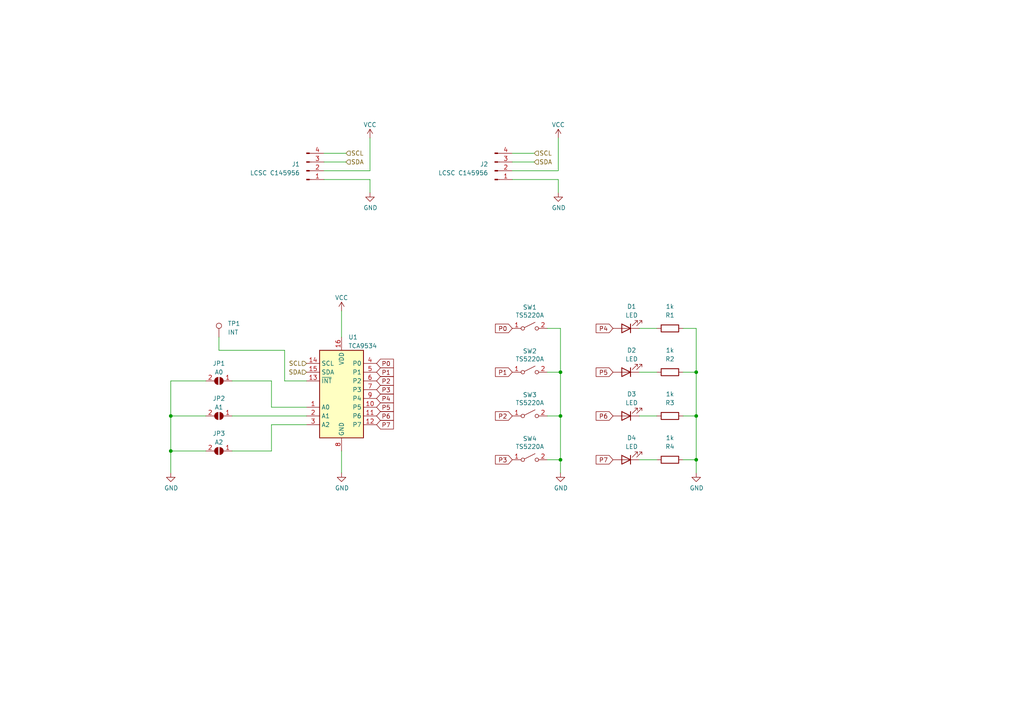
<source format=kicad_sch>
(kicad_sch (version 20230121) (generator eeschema)
  (paper "A4")
  (title_block (title "I/O Expander (Qwiic/StemmaQT compatible)") (date "2023-06-23") (rev "1.0") (comment 1 "CC-BY-SA"))
  (lib_symbols
    (symbol "Connector:Conn_01x04_Male" (pin_names (offset 1.016) hide)
      (property "Reference" "J" (at 0 5.08 0))
      (property "Value" "Conn_01x04_Male" (at 0 -7.62 0))
      (symbol "Conn_01x04_Male_1_1"
        (polyline (pts (xy 1.27 -5.08) (xy 0.8636 -5.08)) (stroke (width 0.1524)))
        (polyline (pts (xy 1.27 -2.54) (xy 0.8636 -2.54)) (stroke (width 0.1524)))
        (polyline (pts (xy 1.27 0) (xy 0.8636 0)) (stroke (width 0.1524)))
        (polyline (pts (xy 1.27 2.54) (xy 0.8636 2.54)) (stroke (width 0.1524)))
        (rectangle (start 0.8636 -4.953) (end 0 -5.207) (stroke (width 0.1524)) (fill (type outline)))
        (rectangle (start 0.8636 -2.413) (end 0 -2.667) (stroke (width 0.1524)) (fill (type outline)))
        (rectangle (start 0.8636 0.127) (end 0 -0.127) (stroke (width 0.1524)) (fill (type outline)))
        (rectangle (start 0.8636 2.667) (end 0 2.413) (stroke (width 0.1524)) (fill (type outline)))
        (pin passive line (at 5.08 2.54 180) (length 3.81) (name "Pin_1") (number "1"))
        (pin passive line (at 5.08 0 180) (length 3.81) (name "Pin_2") (number "2"))
        (pin passive line (at 5.08 -2.54 180) (length 3.81) (name "Pin_3") (number "3"))
        (pin passive line (at 5.08 -5.08 180) (length 3.81) (name "Pin_4") (number "4"))
      )
    )
    (symbol "Connector:TestPoint" (pin_numbers hide) (pin_names (offset 0.762) hide)
      (property "Reference" "TP" (at 0 6.858 0))
      (property "Value" "TestPoint" (at 0 5.08 0))
      (symbol "TestPoint_0_1"
        (circle (center 0 3.302) (radius 0.762))
      )
      (symbol "TestPoint_1_1"
        (pin passive line (at 0 0 90) (length 2.54) (name "1") (number "1"))
      )
    )
    (symbol "Device:LED" (pin_numbers hide) (pin_names (offset 1.016) hide)
      (property "Reference" "D" (at 0 2.54 0))
      (property "Value" "LED" (at 0 -2.54 0))
      (symbol "LED_0_1"
        (polyline (pts (xy -1.27 -1.27) (xy -1.27 1.27)) (stroke (width 0.254)))
        (polyline (pts (xy -1.27 0) (xy 1.27 0)))
        (polyline (pts (xy 1.27 -1.27) (xy 1.27 1.27) (xy -1.27 0) (xy 1.27 -1.27)) (stroke (width 0.254)))
        (polyline (pts (xy -3.048 -0.762) (xy -4.572 -2.286) (xy -3.81 -2.286) (xy -4.572 -2.286) (xy -4.572 -1.524)))
        (polyline (pts (xy -1.778 -0.762) (xy -3.302 -2.286) (xy -2.54 -2.286) (xy -3.302 -2.286) (xy -3.302 -1.524)))
      )
      (symbol "LED_1_1"
        (pin passive line (at -3.81 0 0) (length 2.54) (name "K") (number "1"))
        (pin passive line (at 3.81 0 180) (length 2.54) (name "A") (number "2"))
      )
    )
    (symbol "Device:R" (pin_numbers hide) (pin_names (offset 0))
      (property "Reference" "R" (at 2.032 0 90))
      (property "Value" "R" (at 0 0 90))
      (symbol "R_0_1"
        (rectangle (start -1.016 -2.54) (end 1.016 2.54) (stroke (width 0.254)))
      )
      (symbol "R_1_1"
        (pin passive line (at 0 3.81 270) (length 1.27) (name "~") (number "1"))
        (pin passive line (at 0 -3.81 90) (length 1.27) (name "~") (number "2"))
      )
    )
    (symbol "Interface_Expansion:TCA9534"
      (property "Reference" "U" (at -6.35 12.7 0))
      (property "Value" "TCA9534" (at 2.54 12.7 0))
      (symbol "TCA9534_0_1"
        (rectangle (start -6.35 -13.97) (end 6.35 11.43) (stroke (width 0.254)) (fill (type background)))
      )
      (symbol "TCA9534_1_1"
        (pin input line (at -10.16 -5.08 0) (length 3.81) (name "A0") (number "1"))
        (pin bidirectional line (at 10.16 -5.08 180) (length 3.81) (name "P5") (number "10"))
        (pin bidirectional line (at 10.16 -7.62 180) (length 3.81) (name "P6") (number "11"))
        (pin bidirectional line (at 10.16 -10.16 180) (length 3.81) (name "P7") (number "12"))
        (pin open_collector line (at -10.16 2.54 0) (length 3.81) (name "~{INT}") (number "13"))
        (pin input line (at -10.16 7.62 0) (length 3.81) (name "SCL") (number "14"))
        (pin bidirectional line (at -10.16 5.08 0) (length 3.81) (name "SDA") (number "15"))
        (pin power_in line (at 0 15.24 270) (length 3.81) (name "VDD") (number "16"))
        (pin input line (at -10.16 -7.62 0) (length 3.81) (name "A1") (number "2"))
        (pin input line (at -10.16 -10.16 0) (length 3.81) (name "A2") (number "3"))
        (pin bidirectional line (at 10.16 7.62 180) (length 3.81) (name "P0") (number "4"))
        (pin bidirectional line (at 10.16 5.08 180) (length 3.81) (name "P1") (number "5"))
        (pin bidirectional line (at 10.16 2.54 180) (length 3.81) (name "P2") (number "6"))
        (pin bidirectional line (at 10.16 0 180) (length 3.81) (name "P3") (number "7"))
        (pin power_in line (at 0 -17.78 90) (length 3.81) (name "GND") (number "8"))
        (pin bidirectional line (at 10.16 -2.54 180) (length 3.81) (name "P4") (number "9"))
      )
    )
    (symbol "Jumper:SolderJumper_2_Open" (pin_names (offset 0) hide)
      (property "Reference" "JP" (at 0 2.032 0))
      (property "Value" "SolderJumper_2_Open" (at 0 -2.54 0))
      (symbol "SolderJumper_2_Open_0_1"
        (arc (start -0.254 1.016) (mid -1.2656 0) (end -0.254 -1.016))
        (arc (start -0.254 1.016) (mid -1.2656 0) (end -0.254 -1.016) (fill (type outline)))
        (polyline (pts (xy -0.254 1.016) (xy -0.254 -1.016)))
        (polyline (pts (xy 0.254 1.016) (xy 0.254 -1.016)))
        (arc (start 0.254 -1.016) (mid 1.2656 0) (end 0.254 1.016))
        (arc (start 0.254 -1.016) (mid 1.2656 0) (end 0.254 1.016) (fill (type outline)))
      )
      (symbol "SolderJumper_2_Open_1_1"
        (pin passive line (at -3.81 0 0) (length 2.54) (name "A") (number "1"))
        (pin passive line (at 3.81 0 180) (length 2.54) (name "B") (number "2"))
      )
    )
    (symbol "Switch:SW_SPST" (pin_names (offset 0) hide)
      (property "Reference" "SW" (at 0 3.175 0))
      (property "Value" "SW_SPST" (at 0 -2.54 0))
      (symbol "SW_SPST_0_0"
        (circle (center -2.032 0) (radius 0.508))
        (polyline (pts (xy -1.524 0.254) (xy 1.524 1.778)))
        (circle (center 2.032 0) (radius 0.508))
      )
      (symbol "SW_SPST_1_1"
        (pin passive line (at -5.08 0 0) (length 2.54) (name "A") (number "1"))
        (pin passive line (at 5.08 0 180) (length 2.54) (name "B") (number "2"))
      )
    )
    (symbol "power:GND" (power) (pin_names (offset 0))
      (property "Value" "GND" (at 0 -3.81 0))
      (symbol "GND_0_1"
        (polyline (pts (xy 0 0) (xy 0 -1.27) (xy 1.27 -1.27) (xy 0 -2.54) (xy -1.27 -1.27) (xy 0 -1.27)))
      )
      (symbol "GND_1_1"
        (pin power_in line (at 0 0 270) (length 0) hide (name "GND") (number "1"))
      )
    )
    (symbol "power:VCC" (power) (pin_names (offset 0))
      (property "Value" "VCC" (at 0 3.81 0))
      (symbol "VCC_0_1"
        (polyline (pts (xy -0.762 1.27) (xy 0 2.54)))
        (polyline (pts (xy 0 0) (xy 0 2.54)))
        (polyline (pts (xy 0 2.54) (xy 0.762 1.27)))
      )
      (symbol "VCC_1_1"
        (pin power_in line (at 0 0 90) (length 0) hide (name "VCC") (number "1"))
      )
    )
  )
  (junction (at 201.93 120.65))
  (junction (at 49.53 130.81))
  (junction (at 162.56 107.95))
  (junction (at 162.56 120.65))
  (junction (at 201.93 107.95))
  (junction (at 201.93 133.35))
  (junction (at 49.53 120.65))
  (junction (at 162.56 133.35))
  (wire (pts (xy 185.42 120.65) (xy 190.5 120.65)))
  (wire (pts (xy 99.06 90.17) (xy 99.06 97.79)))
  (wire (pts (xy 78.74 123.19) (xy 78.74 130.81)))
  (wire (pts (xy 49.53 110.49) (xy 49.53 120.65)))
  (wire (pts (xy 107.315 52.07) (xy 107.315 55.88)))
  (wire (pts (xy 201.93 107.95) (xy 201.93 95.25)))
  (wire (pts (xy 148.59 49.53) (xy 161.925 49.53)))
  (wire (pts (xy 161.925 52.07) (xy 161.925 55.88)))
  (wire (pts (xy 162.56 95.25) (xy 162.56 107.95)))
  (wire (pts (xy 201.93 95.25) (xy 198.12 95.25)))
  (wire (pts (xy 198.12 133.35) (xy 201.93 133.35)))
  (wire (pts (xy 49.53 130.81) (xy 49.53 137.16)))
  (wire (pts (xy 198.12 107.95) (xy 201.93 107.95)))
  (wire (pts (xy 99.06 130.81) (xy 99.06 137.16)))
  (wire (pts (xy 201.93 137.16) (xy 201.93 133.35)))
  (wire (pts (xy 162.56 107.95) (xy 162.56 120.65)))
  (wire (pts (xy 49.53 120.65) (xy 59.69 120.65)))
  (wire (pts (xy 185.42 133.35) (xy 190.5 133.35)))
  (wire (pts (xy 162.56 120.65) (xy 162.56 133.35)))
  (wire (pts (xy 185.42 107.95) (xy 190.5 107.95)))
  (wire (pts (xy 82.55 101.6) (xy 63.5 101.6)))
  (wire (pts (xy 201.93 133.35) (xy 201.93 120.65)))
  (wire (pts (xy 59.69 110.49) (xy 49.53 110.49)))
  (wire (pts (xy 63.5 101.6) (xy 63.5 97.79)))
  (wire (pts (xy 78.74 130.81) (xy 67.31 130.81)))
  (wire (pts (xy 148.59 44.45) (xy 154.94 44.45)))
  (wire (pts (xy 148.59 46.99) (xy 154.94 46.99)))
  (wire (pts (xy 93.98 52.07) (xy 107.315 52.07)))
  (wire (pts (xy 158.75 107.95) (xy 162.56 107.95)))
  (wire (pts (xy 49.53 120.65) (xy 49.53 130.81)))
  (wire (pts (xy 198.12 120.65) (xy 201.93 120.65)))
  (wire (pts (xy 201.93 120.65) (xy 201.93 107.95)))
  (wire (pts (xy 78.74 118.11) (xy 78.74 110.49)))
  (wire (pts (xy 67.31 120.65) (xy 88.9 120.65)))
  (wire (pts (xy 162.56 133.35) (xy 162.56 137.16)))
  (wire (pts (xy 82.55 110.49) (xy 82.55 101.6)))
  (wire (pts (xy 161.925 40.005) (xy 161.925 49.53)))
  (wire (pts (xy 158.75 133.35) (xy 162.56 133.35)))
  (wire (pts (xy 93.98 49.53) (xy 107.315 49.53)))
  (wire (pts (xy 158.75 95.25) (xy 162.56 95.25)))
  (wire (pts (xy 78.74 110.49) (xy 67.31 110.49)))
  (wire (pts (xy 93.98 44.45) (xy 100.33 44.45)))
  (wire (pts (xy 88.9 110.49) (xy 82.55 110.49)))
  (wire (pts (xy 148.59 52.07) (xy 161.925 52.07)))
  (wire (pts (xy 107.315 40.005) (xy 107.315 49.53)))
  (wire (pts (xy 88.9 123.19) (xy 78.74 123.19)))
  (wire (pts (xy 49.53 130.81) (xy 59.69 130.81)))
  (wire (pts (xy 93.98 46.99) (xy 100.33 46.99)))
  (wire (pts (xy 185.42 95.25) (xy 190.5 95.25)))
  (wire (pts (xy 158.75 120.65) (xy 162.56 120.65)))
  (wire (pts (xy 88.9 118.11) (xy 78.74 118.11)))
  (global_label "P0" (shape input) (at 148.59 95.25 180) (property "Intersheetrefs" "${INTERSHEET_REFS}" (effects hide)))
  (global_label "P2" (shape input) (at 148.59 120.65 180) (property "Intersheetrefs" "${INTERSHEET_REFS}" (effects hide)))
  (global_label "P3" (shape input) (at 109.22 113.03 0) (property "Intersheetrefs" "${INTERSHEET_REFS}" (effects hide)))
  (global_label "P4" (shape input) (at 109.22 115.57 0) (property "Intersheetrefs" "${INTERSHEET_REFS}" (effects hide)))
  (global_label "P7" (shape input) (at 177.8 133.35 180) (property "Intersheetrefs" "${INTERSHEET_REFS}" (effects hide)))
  (global_label "P0" (shape input) (at 109.22 105.41 0) (property "Intersheetrefs" "${INTERSHEET_REFS}" (effects hide)))
  (global_label "P4" (shape input) (at 177.8 95.25 180) (property "Intersheetrefs" "${INTERSHEET_REFS}" (effects hide)))
  (global_label "P6" (shape input) (at 177.8 120.65 180) (property "Intersheetrefs" "${INTERSHEET_REFS}" (effects hide)))
  (global_label "P5" (shape input) (at 177.8 107.95 180) (property "Intersheetrefs" "${INTERSHEET_REFS}" (effects hide)))
  (global_label "P6" (shape input) (at 109.22 120.65 0) (property "Intersheetrefs" "${INTERSHEET_REFS}" (effects hide)))
  (global_label "P2" (shape input) (at 109.22 110.49 0) (property "Intersheetrefs" "${INTERSHEET_REFS}" (effects hide)))
  (global_label "P3" (shape input) (at 148.59 133.35 180) (property "Intersheetrefs" "${INTERSHEET_REFS}" (effects hide)))
  (global_label "P7" (shape input) (at 109.22 123.19 0) (property "Intersheetrefs" "${INTERSHEET_REFS}" (effects hide)))
  (global_label "P1" (shape input) (at 148.59 107.95 180) (property "Intersheetrefs" "${INTERSHEET_REFS}" (effects hide)))
  (global_label "P1" (shape input) (at 109.22 107.95 0) (property "Intersheetrefs" "${INTERSHEET_REFS}" (effects hide)))
  (global_label "P5" (shape input) (at 109.22 118.11 0) (property "Intersheetrefs" "${INTERSHEET_REFS}" (effects hide)))
  (hierarchical_label "SCL" (shape input) (at 154.94 44.45 0))
  (hierarchical_label "SCL" (shape input) (at 88.9 105.41 180))
  (hierarchical_label "SCL" (shape input) (at 100.33 44.45 0))
  (hierarchical_label "SDA" (shape input) (at 100.33 46.99 0))
  (hierarchical_label "SDA" (shape input) (at 154.94 46.99 0))
  (hierarchical_label "SDA" (shape input) (at 88.9 107.95 180))
  (symbol (lib_id "Device:R") (at 194.31 120.65 90) (unit 1)
    (property "Reference" "R3" (at 194.31 116.84 90))
    (property "Value" "1k" (at 194.31 114.3 90))
    (property "Footprint" "Resistor_SMD:R_0603_1608Metric" (effects hide))
  )
  (symbol (lib_id "Device:LED") (at 181.61 133.35 180) (unit 1)
    (property "Reference" "D4" (at 183.1975 127 0))
    (property "Value" "LED" (at 183.1975 129.54 0))
    (property "Footprint" "LED_SMD:LED_0603_1608Metric" (effects hide))
  )
  (symbol (lib_id "Device:LED") (at 181.61 107.95 180) (unit 1)
    (property "Reference" "D2" (at 183.1975 101.6 0))
    (property "Value" "LED" (at 183.1975 104.14 0))
    (property "Footprint" "LED_SMD:LED_0603_1608Metric" (effects hide))
  )
  (symbol (lib_id "Device:R") (at 194.31 107.95 90) (unit 1)
    (property "Reference" "R2" (at 194.31 104.14 90))
    (property "Value" "1k" (at 194.31 101.6 90))
    (property "Footprint" "Resistor_SMD:R_0603_1608Metric" (effects hide))
  )
  (symbol (lib_id "power:GND") (at 49.53 137.16 0) (unit 1)
    (property "Reference" "#PWR011" (effects hide))
    (property "Value" "GND" (at 49.657 141.5542 0))
  )
  (symbol (lib_id "Jumper:SolderJumper_2_Open") (at 63.5 120.65 180) (unit 1) (in_bom no)
    (property "Reference" "JP2" (at 63.5 115.57 0))
    (property "Value" "A1" (at 63.5 118.11 0))
    (property "Footprint" "Jumper:SolderJumper-2_P1.3mm_Open_TrianglePad1.0x1.5mm" (effects hide))
  )
  (symbol (lib_id "power:GND") (at 99.06 137.16 0) (unit 1)
    (property "Reference" "#PWR010" (effects hide))
    (property "Value" "GND" (at 99.187 141.5542 0))
  )
  (symbol (lib_id "power:VCC") (at 107.315 40.005 0) (unit 1)
    (property "Reference" "#PWR01" (effects hide))
    (property "Value" "VCC" (at 107.315 36.195 0))
  )
  (symbol (lib_id "power:GND") (at 162.56 137.16 0) (unit 1)
    (property "Reference" "#PWR05" (effects hide))
    (property "Value" "GND" (at 162.687 141.5542 0))
  )
  (symbol (lib_id "Device:LED") (at 181.61 120.65 180) (unit 1)
    (property "Reference" "D3" (at 183.1975 114.3 0))
    (property "Value" "LED" (at 183.1975 116.84 0))
    (property "Footprint" "LED_SMD:LED_0603_1608Metric" (effects hide))
  )
  (symbol (lib_id "Device:R") (at 194.31 133.35 90) (unit 1)
    (property "Reference" "R4" (at 194.31 129.54 90))
    (property "Value" "1k" (at 194.31 127 90))
    (property "Footprint" "Resistor_SMD:R_0603_1608Metric" (effects hide))
  )
  (symbol (lib_id "Switch:SW_SPST") (at 153.67 133.35 0) (unit 1)
    (property "Reference" "SW4" (at 153.67 127.2286 0))
    (property "Value" "TS5220A" (at 153.67 129.54 0))
    (property "Footprint" "Button_Switch_SMD:SW_SPST_TL3342" (effects hide))
  )
  (symbol (lib_id "power:VCC") (at 161.925 40.005 0) (unit 1)
    (property "Reference" "#PWR03" (effects hide))
    (property "Value" "VCC" (at 161.925 36.195 0))
  )
  (symbol (lib_id "Device:R") (at 194.31 95.25 90) (unit 1)
    (property "Reference" "R1" (at 194.31 91.44 90))
    (property "Value" "1k" (at 194.31 88.9 90))
    (property "Footprint" "Resistor_SMD:R_0603_1608Metric" (effects hide))
  )
  (symbol (lib_id "Connector:TestPoint") (at 63.5 97.79 0) (unit 1) (in_bom no)
    (property "Reference" "TP1" (at 66.04 93.853 0) (effects (justify left)))
    (property "Value" "INT" (at 66.04 96.393 0) (effects (justify left)))
    (property "Footprint" "TestPoint:TestPoint_Pad_D1.0mm" (effects hide))
  )
  (symbol (lib_id "power:GND") (at 201.93 137.16 0) (unit 1)
    (property "Reference" "#PWR06" (effects hide))
    (property "Value" "GND" (at 202.057 141.5542 0))
  )
  (symbol (lib_id "power:VCC") (at 99.06 90.17 0) (unit 1)
    (property "Reference" "#PWR09" (effects hide))
    (property "Value" "VCC" (at 99.06 86.36 0))
  )
  (symbol (lib_id "Device:LED") (at 181.61 95.25 180) (unit 1)
    (property "Reference" "D1" (at 183.1975 88.9 0))
    (property "Value" "LED" (at 183.1975 91.44 0))
    (property "Footprint" "LED_SMD:LED_0603_1608Metric" (effects hide))
  )
  (symbol (lib_id "Switch:SW_SPST") (at 153.67 107.95 0) (unit 1)
    (property "Reference" "SW2" (at 153.67 101.8286 0))
    (property "Value" "TS5220A" (at 153.67 104.14 0))
    (property "Footprint" "Button_Switch_SMD:SW_SPST_TL3342" (effects hide))
  )
  (symbol (lib_id "power:GND") (at 107.315 55.88 0) (unit 1)
    (property "Reference" "#PWR02" (effects hide))
    (property "Value" "GND" (at 107.442 60.2742 0))
  )
  (symbol (lib_id "Connector:Conn_01x04_Male") (at 88.9 49.53 0) (mirror x) (unit 1)
    (property "Reference" "J1" (at 86.995 47.6249 0) (effects (justify right)))
    (property "Value" "LCSC C145956" (at 86.995 50.1649 0) (effects (justify right)))
    (property "Footprint" "Connector_JST:JST_SH_SM04B-SRSS-TB_1x04-1MP_P1.00mm_Horizontal" (effects hide))
  )
  (symbol (lib_id "Jumper:SolderJumper_2_Open") (at 63.5 130.81 180) (unit 1) (in_bom no)
    (property "Reference" "JP3" (at 63.5 125.73 0))
    (property "Value" "A2" (at 63.5 128.27 0))
    (property "Footprint" "Jumper:SolderJumper-2_P1.3mm_Open_TrianglePad1.0x1.5mm" (effects hide))
  )
  (symbol (lib_id "Connector:Conn_01x04_Male") (at 143.51 49.53 0) (mirror x) (unit 1)
    (property "Reference" "J2" (at 141.605 47.6249 0) (effects (justify right)))
    (property "Value" "LCSC C145956" (at 141.605 50.1649 0) (effects (justify right)))
    (property "Footprint" "Connector_JST:JST_SH_SM04B-SRSS-TB_1x04-1MP_P1.00mm_Horizontal" (effects hide))
  )
  (symbol (lib_id "Interface_Expansion:TCA9534") (at 99.06 113.03 0) (unit 1)
    (property "Reference" "U1" (at 101.0159 97.79 0) (effects (justify left)))
    (property "Value" "TCA9534" (at 101.0159 100.33 0) (effects (justify left)))
    (property "Footprint" "Package_SO:TSSOP-16_4.4x5mm_P0.65mm" (effects hide))
    (property "Datasheet" "http://www.ti.com/lit/ds/symlink/tca9534.pdf" (effects hide))
  )
  (symbol (lib_id "Jumper:SolderJumper_2_Open") (at 63.5 110.49 180) (unit 1) (in_bom no)
    (property "Reference" "JP1" (at 63.5 105.41 0))
    (property "Value" "A0" (at 63.5 107.95 0))
    (property "Footprint" "Jumper:SolderJumper-2_P1.3mm_Open_TrianglePad1.0x1.5mm" (effects hide))
  )
  (symbol (lib_id "Switch:SW_SPST") (at 153.67 120.65 0) (unit 1)
    (property "Reference" "SW3" (at 153.67 114.5286 0))
    (property "Value" "TS5220A" (at 153.67 116.84 0))
    (property "Footprint" "Button_Switch_SMD:SW_SPST_TL3342" (effects hide))
  )
  (symbol (lib_id "power:GND") (at 161.925 55.88 0) (unit 1)
    (property "Reference" "#PWR04" (effects hide))
    (property "Value" "GND" (at 162.052 60.2742 0))
  )
  (symbol (lib_id "Switch:SW_SPST") (at 153.67 95.25 0) (unit 1)
    (property "Reference" "SW1" (at 153.67 89.1286 0))
    (property "Value" "TS5220A" (at 153.67 91.44 0))
    (property "Footprint" "Button_Switch_SMD:SW_SPST_TL3342" (effects hide))
  )
)
</source>
